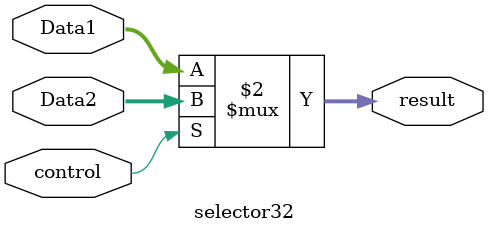
<source format=v>
`timescale 1ns / 1ps
module selector32(
	 control,
	  Data1,
	  Data2,
	  result
);
	input control;  
	input wire[31:0] Data1;
	input wire[31:0] Data2;
	output wire[31:0] result;
	assign result = (control == 0) ? Data1: Data2;
endmodule  
</source>
